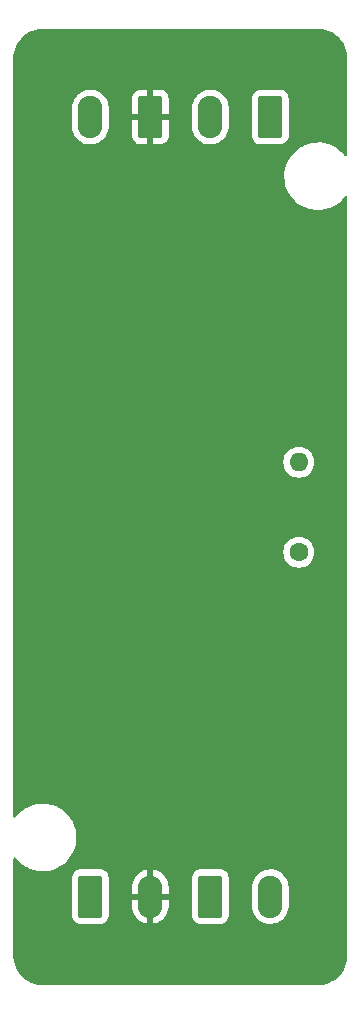
<source format=gbl>
%TF.GenerationSoftware,KiCad,Pcbnew,(5.99.0-11096-g937f5138db)*%
%TF.CreationDate,2021-07-05T20:04:54+02:00*%
%TF.ProjectId,LasS0,4c617353-302e-46b6-9963-61645f706362,v0.1*%
%TF.SameCoordinates,Original*%
%TF.FileFunction,Copper,L2,Bot*%
%TF.FilePolarity,Positive*%
%FSLAX46Y46*%
G04 Gerber Fmt 4.6, Leading zero omitted, Abs format (unit mm)*
G04 Created by KiCad (PCBNEW (5.99.0-11096-g937f5138db)) date 2021-07-05 20:04:54*
%MOMM*%
%LPD*%
G01*
G04 APERTURE LIST*
G04 Aperture macros list*
%AMRoundRect*
0 Rectangle with rounded corners*
0 $1 Rounding radius*
0 $2 $3 $4 $5 $6 $7 $8 $9 X,Y pos of 4 corners*
0 Add a 4 corners polygon primitive as box body*
4,1,4,$2,$3,$4,$5,$6,$7,$8,$9,$2,$3,0*
0 Add four circle primitives for the rounded corners*
1,1,$1+$1,$2,$3*
1,1,$1+$1,$4,$5*
1,1,$1+$1,$6,$7*
1,1,$1+$1,$8,$9*
0 Add four rect primitives between the rounded corners*
20,1,$1+$1,$2,$3,$4,$5,0*
20,1,$1+$1,$4,$5,$6,$7,0*
20,1,$1+$1,$6,$7,$8,$9,0*
20,1,$1+$1,$8,$9,$2,$3,0*%
G04 Aperture macros list end*
%TA.AperFunction,ComponentPad*%
%ADD10RoundRect,0.249999X0.790001X1.550001X-0.790001X1.550001X-0.790001X-1.550001X0.790001X-1.550001X0*%
%TD*%
%TA.AperFunction,ComponentPad*%
%ADD11O,2.080000X3.600000*%
%TD*%
%TA.AperFunction,ComponentPad*%
%ADD12O,1.600000X1.600000*%
%TD*%
%TA.AperFunction,ComponentPad*%
%ADD13C,1.600000*%
%TD*%
%TA.AperFunction,ComponentPad*%
%ADD14RoundRect,0.249999X-0.790001X-1.550001X0.790001X-1.550001X0.790001X1.550001X-0.790001X1.550001X0*%
%TD*%
%TA.AperFunction,ViaPad*%
%ADD15C,0.800000*%
%TD*%
G04 APERTURE END LIST*
D10*
%TO.P,J3,1,Pin_1*%
%TO.N,GND*%
X145970000Y-66990000D03*
D11*
%TO.P,J3,2,Pin_2*%
%TO.N,+5V*%
X140890000Y-66990000D03*
%TD*%
D10*
%TO.P,J4,1,Pin_1*%
%TO.N,/A0*%
X156130000Y-66990000D03*
D11*
%TO.P,J4,2,Pin_2*%
%TO.N,/D0*%
X151050000Y-66990000D03*
%TD*%
D12*
%TO.P,LOGO1,*%
%TO.N,*%
X158544800Y-96215400D03*
D13*
X158544800Y-103835400D03*
%TD*%
D14*
%TO.P,J1,1,Pin_1*%
%TO.N,VCC*%
X140890000Y-132990000D03*
D11*
%TO.P,J1,2,Pin_2*%
%TO.N,GND*%
X145970000Y-132990000D03*
%TD*%
D14*
%TO.P,J2,1,Pin_1*%
%TO.N,/S0-*%
X151050000Y-132990000D03*
D11*
%TO.P,J2,2,Pin_2*%
%TO.N,/S0+*%
X156130000Y-132990000D03*
%TD*%
D15*
%TO.N,GND*%
X146224000Y-89840000D03*
X160956000Y-113970000D03*
X159006000Y-77040000D03*
X140636000Y-117399000D03*
X147748000Y-83363000D03*
X148891000Y-112192000D03*
X139956000Y-95582000D03*
%TD*%
%TA.AperFunction,Conductor*%
%TO.N,GND*%
G36*
X160160000Y-59510848D02*
G01*
X160160000Y-59513000D01*
X160172648Y-59513355D01*
X160294137Y-59516764D01*
X160304708Y-59517506D01*
X160397327Y-59527941D01*
X160569556Y-59547347D01*
X160583486Y-59549714D01*
X160841596Y-59608626D01*
X160855173Y-59612538D01*
X161105054Y-59699975D01*
X161118108Y-59705382D01*
X161356634Y-59820250D01*
X161369001Y-59827085D01*
X161593159Y-59967933D01*
X161604682Y-59976109D01*
X161811678Y-60141182D01*
X161822214Y-60150598D01*
X162009402Y-60337786D01*
X162018818Y-60348322D01*
X162183891Y-60555318D01*
X162192067Y-60566841D01*
X162332915Y-60790999D01*
X162339750Y-60803366D01*
X162454618Y-61041892D01*
X162460025Y-61054946D01*
X162547462Y-61304827D01*
X162551374Y-61318404D01*
X162610286Y-61576514D01*
X162612653Y-61590444D01*
X162642494Y-61855289D01*
X162643236Y-61865863D01*
X162647000Y-62000000D01*
X162645604Y-62000039D01*
X162645611Y-62000294D01*
X162647858Y-62000000D01*
X162650937Y-62023548D01*
X162652000Y-62039884D01*
X162652000Y-70193618D01*
X162631998Y-70261739D01*
X162578342Y-70308232D01*
X162508068Y-70318336D01*
X162443488Y-70288842D01*
X162425174Y-70269183D01*
X162368542Y-70193618D01*
X162341020Y-70156896D01*
X162111088Y-69915022D01*
X162108256Y-69912666D01*
X162108251Y-69912662D01*
X161857344Y-69703985D01*
X161854508Y-69701626D01*
X161851422Y-69699618D01*
X161577867Y-69521630D01*
X161577864Y-69521628D01*
X161574782Y-69519623D01*
X161571484Y-69517990D01*
X161571478Y-69517986D01*
X161279039Y-69373135D01*
X161279032Y-69373132D01*
X161275733Y-69371498D01*
X161272261Y-69370258D01*
X161272258Y-69370257D01*
X161070597Y-69298251D01*
X160961444Y-69259276D01*
X160811242Y-69224737D01*
X160639798Y-69185313D01*
X160639789Y-69185312D01*
X160636208Y-69184488D01*
X160632551Y-69184087D01*
X160632548Y-69184087D01*
X160308139Y-69148559D01*
X160308138Y-69148559D01*
X160304468Y-69148157D01*
X160300775Y-69148186D01*
X159974442Y-69150749D01*
X159974441Y-69150749D01*
X159970755Y-69150778D01*
X159967096Y-69151237D01*
X159643283Y-69191857D01*
X159643279Y-69191858D01*
X159639626Y-69192316D01*
X159636055Y-69193196D01*
X159636052Y-69193197D01*
X159319181Y-69271321D01*
X159319172Y-69271324D01*
X159315606Y-69272203D01*
X159312155Y-69273497D01*
X159312154Y-69273497D01*
X159046367Y-69373135D01*
X159003118Y-69389348D01*
X158999842Y-69391035D01*
X158999838Y-69391037D01*
X158807808Y-69489939D01*
X158706432Y-69542151D01*
X158429600Y-69728525D01*
X158176403Y-69945925D01*
X157950299Y-70191381D01*
X157754377Y-70461540D01*
X157591313Y-70752712D01*
X157589905Y-70756102D01*
X157589901Y-70756111D01*
X157464742Y-71057527D01*
X157463333Y-71060921D01*
X157372187Y-71381957D01*
X157319118Y-71711434D01*
X157304852Y-72044852D01*
X157329584Y-72377658D01*
X157392976Y-72705306D01*
X157394089Y-72708804D01*
X157394091Y-72708812D01*
X157493045Y-73019814D01*
X157494161Y-73023320D01*
X157631759Y-73327356D01*
X157803888Y-73613263D01*
X157806134Y-73616164D01*
X157806139Y-73616171D01*
X158005943Y-73874221D01*
X158005950Y-73874228D01*
X158008200Y-73877135D01*
X158241902Y-74115368D01*
X158501803Y-74324707D01*
X158504918Y-74326665D01*
X158504921Y-74326667D01*
X158781227Y-74500330D01*
X158784352Y-74502294D01*
X159085692Y-74645703D01*
X159401705Y-74752974D01*
X159728075Y-74822644D01*
X159841554Y-74833271D01*
X160056678Y-74853418D01*
X160056683Y-74853418D01*
X160060344Y-74853761D01*
X160265754Y-74848920D01*
X160390290Y-74845985D01*
X160390293Y-74845985D01*
X160393975Y-74845898D01*
X160724411Y-74799164D01*
X160727967Y-74798228D01*
X160727971Y-74798227D01*
X161043574Y-74715136D01*
X161043573Y-74715136D01*
X161047137Y-74714198D01*
X161170884Y-74665577D01*
X161354318Y-74593506D01*
X161354325Y-74593503D01*
X161357745Y-74592159D01*
X161651995Y-74434714D01*
X161925865Y-74244014D01*
X161928615Y-74241577D01*
X161928621Y-74241572D01*
X162172864Y-74025103D01*
X162175616Y-74022664D01*
X162397837Y-73773687D01*
X162422850Y-73738031D01*
X162478346Y-73693751D01*
X162548972Y-73686504D01*
X162612304Y-73718590D01*
X162648235Y-73779823D01*
X162652000Y-73810392D01*
X162652000Y-137952114D01*
X162650500Y-137971497D01*
X162647038Y-137993733D01*
X162647629Y-137998246D01*
X162647417Y-138000000D01*
X162647000Y-138000000D01*
X162646874Y-138004494D01*
X162643236Y-138134137D01*
X162642494Y-138144711D01*
X162612653Y-138409556D01*
X162610286Y-138423486D01*
X162551374Y-138681596D01*
X162547462Y-138695173D01*
X162460025Y-138945054D01*
X162454618Y-138958108D01*
X162339750Y-139196634D01*
X162332915Y-139209001D01*
X162192067Y-139433159D01*
X162183891Y-139444682D01*
X162018818Y-139651678D01*
X162009402Y-139662214D01*
X161822214Y-139849402D01*
X161811678Y-139858818D01*
X161604682Y-140023891D01*
X161593159Y-140032067D01*
X161369001Y-140172915D01*
X161356634Y-140179750D01*
X161118108Y-140294618D01*
X161105054Y-140300025D01*
X160855173Y-140387462D01*
X160841596Y-140391374D01*
X160583486Y-140450286D01*
X160569556Y-140452653D01*
X160397327Y-140472059D01*
X160304708Y-140482494D01*
X160294137Y-140483236D01*
X160175593Y-140486562D01*
X160175590Y-140486563D01*
X160160000Y-140487000D01*
X160160000Y-140489028D01*
X160141205Y-140492000D01*
X160132378Y-140492000D01*
X160131608Y-140491998D01*
X160131052Y-140491995D01*
X160090378Y-140491746D01*
X160089546Y-140491984D01*
X160089308Y-140492000D01*
X136884847Y-140492000D01*
X136860000Y-140489152D01*
X136860000Y-140487000D01*
X136847352Y-140486645D01*
X136725863Y-140483236D01*
X136715292Y-140482494D01*
X136622673Y-140472059D01*
X136450444Y-140452653D01*
X136436514Y-140450286D01*
X136178404Y-140391374D01*
X136164827Y-140387462D01*
X135914946Y-140300025D01*
X135901892Y-140294618D01*
X135663366Y-140179750D01*
X135650999Y-140172915D01*
X135426841Y-140032067D01*
X135415318Y-140023891D01*
X135208322Y-139858818D01*
X135197786Y-139849402D01*
X135010598Y-139662214D01*
X135001182Y-139651678D01*
X134836109Y-139444682D01*
X134827933Y-139433159D01*
X134687085Y-139209001D01*
X134680250Y-139196634D01*
X134565382Y-138958108D01*
X134559975Y-138945054D01*
X134472538Y-138695173D01*
X134468626Y-138681596D01*
X134409714Y-138423486D01*
X134407347Y-138409556D01*
X134377506Y-138144711D01*
X134376764Y-138134137D01*
X134373391Y-138013951D01*
X134373000Y-138000000D01*
X134372103Y-137993733D01*
X134369273Y-137973976D01*
X134368000Y-137956113D01*
X134368000Y-131383977D01*
X139341500Y-131383977D01*
X139341500Y-134582887D01*
X139356978Y-134715644D01*
X139359474Y-134722522D01*
X139359475Y-134722524D01*
X139410720Y-134863701D01*
X139417313Y-134881865D01*
X139514269Y-135029747D01*
X139642645Y-135151359D01*
X139795554Y-135240175D01*
X139964795Y-135291433D01*
X139971235Y-135292008D01*
X139971236Y-135292008D01*
X140041184Y-135298251D01*
X140041190Y-135298251D01*
X140043977Y-135298500D01*
X141722887Y-135298500D01*
X141818107Y-135287398D01*
X141848372Y-135283870D01*
X141848373Y-135283870D01*
X141855644Y-135283022D01*
X141862522Y-135280526D01*
X141862524Y-135280525D01*
X142014986Y-135225184D01*
X142021865Y-135222687D01*
X142169747Y-135125731D01*
X142291359Y-134997355D01*
X142380175Y-134844446D01*
X142431433Y-134675205D01*
X142438500Y-134596023D01*
X142438500Y-133257548D01*
X144422000Y-133257548D01*
X144422000Y-133809626D01*
X144422202Y-133814658D01*
X144436571Y-133993244D01*
X144438185Y-134003214D01*
X144495191Y-134235296D01*
X144498370Y-134244854D01*
X144591750Y-134464844D01*
X144596424Y-134473783D01*
X144723768Y-134676003D01*
X144729809Y-134684078D01*
X144887852Y-134863342D01*
X144895104Y-134870345D01*
X145079772Y-135022033D01*
X145088054Y-135027789D01*
X145294595Y-135147999D01*
X145303700Y-135152361D01*
X145526795Y-135238000D01*
X145536484Y-135240851D01*
X145698264Y-135274649D01*
X145712325Y-135273526D01*
X145716000Y-135263418D01*
X145716000Y-133262115D01*
X145714659Y-133257548D01*
X146224000Y-133257548D01*
X146224000Y-135260821D01*
X146228136Y-135274907D01*
X146241114Y-135276956D01*
X146266618Y-135274005D01*
X146276515Y-135272045D01*
X146506469Y-135206975D01*
X146515914Y-135203463D01*
X146732510Y-135102463D01*
X146741274Y-135097484D01*
X146938925Y-134963160D01*
X146946800Y-134956828D01*
X147120422Y-134792642D01*
X147127183Y-134785133D01*
X147272327Y-134595293D01*
X147277791Y-134586814D01*
X147390719Y-134376203D01*
X147394759Y-134366957D01*
X147472561Y-134141004D01*
X147475072Y-134131223D01*
X147515933Y-133894662D01*
X147516788Y-133886790D01*
X147517936Y-133861519D01*
X147518000Y-133858686D01*
X147518000Y-133262115D01*
X147513525Y-133246876D01*
X147512135Y-133245671D01*
X147504452Y-133244000D01*
X146242115Y-133244000D01*
X146226876Y-133248475D01*
X146225671Y-133249865D01*
X146224000Y-133257548D01*
X145714659Y-133257548D01*
X145711525Y-133246876D01*
X145710135Y-133245671D01*
X145702452Y-133244000D01*
X144440115Y-133244000D01*
X144424876Y-133248475D01*
X144423671Y-133249865D01*
X144422000Y-133257548D01*
X142438500Y-133257548D01*
X142438500Y-132121314D01*
X144422000Y-132121314D01*
X144422000Y-132717885D01*
X144426475Y-132733124D01*
X144427865Y-132734329D01*
X144435548Y-132736000D01*
X145697885Y-132736000D01*
X145713124Y-132731525D01*
X145714329Y-132730135D01*
X145716000Y-132722452D01*
X145716000Y-130719179D01*
X145715237Y-130716582D01*
X146224000Y-130716582D01*
X146224000Y-132717885D01*
X146228475Y-132733124D01*
X146229865Y-132734329D01*
X146237548Y-132736000D01*
X147499885Y-132736000D01*
X147515124Y-132731525D01*
X147516329Y-132730135D01*
X147518000Y-132722452D01*
X147518000Y-132170374D01*
X147517798Y-132165342D01*
X147503429Y-131986756D01*
X147501815Y-131976786D01*
X147444809Y-131744704D01*
X147441630Y-131735146D01*
X147348250Y-131515156D01*
X147343576Y-131506217D01*
X147266598Y-131383977D01*
X149501500Y-131383977D01*
X149501500Y-134582887D01*
X149516978Y-134715644D01*
X149519474Y-134722522D01*
X149519475Y-134722524D01*
X149570720Y-134863701D01*
X149577313Y-134881865D01*
X149674269Y-135029747D01*
X149802645Y-135151359D01*
X149955554Y-135240175D01*
X150124795Y-135291433D01*
X150131235Y-135292008D01*
X150131236Y-135292008D01*
X150201184Y-135298251D01*
X150201190Y-135298251D01*
X150203977Y-135298500D01*
X151882887Y-135298500D01*
X151978107Y-135287398D01*
X152008372Y-135283870D01*
X152008373Y-135283870D01*
X152015644Y-135283022D01*
X152022522Y-135280526D01*
X152022524Y-135280525D01*
X152174986Y-135225184D01*
X152181865Y-135222687D01*
X152329747Y-135125731D01*
X152451359Y-134997355D01*
X152540175Y-134844446D01*
X152591433Y-134675205D01*
X152598500Y-134596023D01*
X152598500Y-132119898D01*
X154581500Y-132119898D01*
X154581500Y-133812143D01*
X154581702Y-133814651D01*
X154581702Y-133814656D01*
X154587510Y-133886836D01*
X154596484Y-133998375D01*
X154655921Y-134240361D01*
X154753283Y-134469730D01*
X154755981Y-134474015D01*
X154755984Y-134474020D01*
X154821935Y-134578748D01*
X154886064Y-134680583D01*
X154923040Y-134722524D01*
X155047188Y-134863342D01*
X155050848Y-134867494D01*
X155243396Y-135025655D01*
X155247764Y-135028197D01*
X155450728Y-135146325D01*
X155458755Y-135150997D01*
X155463478Y-135152810D01*
X155686659Y-135238481D01*
X155686663Y-135238482D01*
X155691383Y-135240294D01*
X155696333Y-135241328D01*
X155696336Y-135241329D01*
X155930344Y-135290216D01*
X155930348Y-135290216D01*
X155935295Y-135291250D01*
X156184216Y-135302554D01*
X156189236Y-135301973D01*
X156189240Y-135301973D01*
X156426716Y-135274496D01*
X156426720Y-135274495D01*
X156431743Y-135273914D01*
X156436607Y-135272538D01*
X156436610Y-135272537D01*
X156666644Y-135207444D01*
X156666643Y-135207444D01*
X156671507Y-135206068D01*
X156677094Y-135203463D01*
X156789606Y-135150997D01*
X156897339Y-135100760D01*
X156901519Y-135097919D01*
X156901523Y-135097917D01*
X156988619Y-135038727D01*
X157103429Y-134960702D01*
X157107106Y-134957225D01*
X157107112Y-134957220D01*
X157280796Y-134792973D01*
X157284475Y-134789494D01*
X157435820Y-134591544D01*
X157553570Y-134371942D01*
X157634694Y-134136340D01*
X157677106Y-133890798D01*
X157678500Y-133860102D01*
X157678500Y-132167857D01*
X157674755Y-132121312D01*
X157663922Y-131986667D01*
X157663921Y-131986663D01*
X157663516Y-131981625D01*
X157604079Y-131739639D01*
X157506717Y-131510270D01*
X157504019Y-131505985D01*
X157504016Y-131505980D01*
X157425427Y-131381184D01*
X157373936Y-131299417D01*
X157223891Y-131129224D01*
X157212496Y-131116299D01*
X157209152Y-131112506D01*
X157016604Y-130954345D01*
X156908925Y-130891674D01*
X156805613Y-130831545D01*
X156805611Y-130831544D01*
X156801245Y-130829003D01*
X156756622Y-130811874D01*
X156573341Y-130741519D01*
X156573337Y-130741518D01*
X156568617Y-130739706D01*
X156563667Y-130738672D01*
X156563664Y-130738671D01*
X156329656Y-130689784D01*
X156329652Y-130689784D01*
X156324705Y-130688750D01*
X156075784Y-130677446D01*
X156070764Y-130678027D01*
X156070760Y-130678027D01*
X155833284Y-130705504D01*
X155833280Y-130705505D01*
X155828257Y-130706086D01*
X155823393Y-130707462D01*
X155823390Y-130707463D01*
X155716524Y-130737703D01*
X155588493Y-130773932D01*
X155583914Y-130776067D01*
X155583912Y-130776068D01*
X155507127Y-130811874D01*
X155362661Y-130879240D01*
X155358481Y-130882081D01*
X155358477Y-130882083D01*
X155357840Y-130882516D01*
X155156571Y-131019298D01*
X155152894Y-131022775D01*
X155152888Y-131022780D01*
X155026224Y-131142562D01*
X154975525Y-131190506D01*
X154824180Y-131388456D01*
X154706430Y-131608058D01*
X154625306Y-131843660D01*
X154582894Y-132089202D01*
X154581500Y-132119898D01*
X152598500Y-132119898D01*
X152598500Y-131397113D01*
X152583022Y-131264356D01*
X152529411Y-131116658D01*
X152525184Y-131105014D01*
X152522687Y-131098135D01*
X152425731Y-130950253D01*
X152297355Y-130828641D01*
X152144446Y-130739825D01*
X151975205Y-130688567D01*
X151968765Y-130687992D01*
X151968764Y-130687992D01*
X151898816Y-130681749D01*
X151898810Y-130681749D01*
X151896023Y-130681500D01*
X150217113Y-130681500D01*
X150121893Y-130692602D01*
X150091628Y-130696130D01*
X150091627Y-130696130D01*
X150084356Y-130696978D01*
X150077478Y-130699474D01*
X150077476Y-130699475D01*
X149966314Y-130739825D01*
X149918135Y-130757313D01*
X149770253Y-130854269D01*
X149648641Y-130982645D01*
X149559825Y-131135554D01*
X149508567Y-131304795D01*
X149501500Y-131383977D01*
X147266598Y-131383977D01*
X147216232Y-131303997D01*
X147210191Y-131295922D01*
X147052148Y-131116658D01*
X147044896Y-131109655D01*
X146860228Y-130957967D01*
X146851946Y-130952211D01*
X146645405Y-130832001D01*
X146636300Y-130827639D01*
X146413205Y-130742000D01*
X146403516Y-130739149D01*
X146241736Y-130705351D01*
X146227675Y-130706474D01*
X146224000Y-130716582D01*
X145715237Y-130716582D01*
X145711864Y-130705093D01*
X145698886Y-130703044D01*
X145673382Y-130705995D01*
X145663485Y-130707955D01*
X145433531Y-130773025D01*
X145424086Y-130776537D01*
X145207490Y-130877537D01*
X145198726Y-130882516D01*
X145001075Y-131016840D01*
X144993200Y-131023172D01*
X144819578Y-131187358D01*
X144812817Y-131194867D01*
X144667673Y-131384707D01*
X144662209Y-131393186D01*
X144549281Y-131603797D01*
X144545241Y-131613043D01*
X144467439Y-131838996D01*
X144464928Y-131848777D01*
X144424067Y-132085338D01*
X144423212Y-132093210D01*
X144422064Y-132118481D01*
X144422000Y-132121314D01*
X142438500Y-132121314D01*
X142438500Y-131397113D01*
X142423022Y-131264356D01*
X142369411Y-131116658D01*
X142365184Y-131105014D01*
X142362687Y-131098135D01*
X142265731Y-130950253D01*
X142137355Y-130828641D01*
X141984446Y-130739825D01*
X141815205Y-130688567D01*
X141808765Y-130687992D01*
X141808764Y-130687992D01*
X141738816Y-130681749D01*
X141738810Y-130681749D01*
X141736023Y-130681500D01*
X140057113Y-130681500D01*
X139961893Y-130692602D01*
X139931628Y-130696130D01*
X139931627Y-130696130D01*
X139924356Y-130696978D01*
X139917478Y-130699474D01*
X139917476Y-130699475D01*
X139806314Y-130739825D01*
X139758135Y-130757313D01*
X139610253Y-130854269D01*
X139488641Y-130982645D01*
X139399825Y-131135554D01*
X139348567Y-131304795D01*
X139341500Y-131383977D01*
X134368000Y-131383977D01*
X134368000Y-129796301D01*
X134388002Y-129728180D01*
X134441658Y-129681687D01*
X134511932Y-129671583D01*
X134576512Y-129701077D01*
X134593627Y-129719162D01*
X134705943Y-129864221D01*
X134705950Y-129864228D01*
X134708200Y-129867135D01*
X134941902Y-130105368D01*
X135201803Y-130314707D01*
X135204918Y-130316665D01*
X135204921Y-130316667D01*
X135481227Y-130490330D01*
X135484352Y-130492294D01*
X135785692Y-130635703D01*
X136101705Y-130742974D01*
X136428075Y-130812644D01*
X136541554Y-130823271D01*
X136756678Y-130843418D01*
X136756683Y-130843418D01*
X136760344Y-130843761D01*
X136965754Y-130838920D01*
X137090290Y-130835985D01*
X137090293Y-130835985D01*
X137093975Y-130835898D01*
X137424411Y-130789164D01*
X137427967Y-130788228D01*
X137427971Y-130788227D01*
X137732867Y-130707955D01*
X137747137Y-130704198D01*
X137870884Y-130655577D01*
X138054318Y-130583506D01*
X138054325Y-130583503D01*
X138057745Y-130582159D01*
X138351995Y-130424714D01*
X138625865Y-130234014D01*
X138628615Y-130231577D01*
X138628621Y-130231572D01*
X138872864Y-130015103D01*
X138875616Y-130012664D01*
X139097837Y-129763687D01*
X139122746Y-129728180D01*
X139287380Y-129493493D01*
X139289491Y-129490484D01*
X139447962Y-129196786D01*
X139571084Y-128886605D01*
X139657177Y-128564178D01*
X139705064Y-128233908D01*
X139715500Y-127990000D01*
X139695999Y-127656847D01*
X139637762Y-127328244D01*
X139541584Y-127008680D01*
X139408779Y-126702519D01*
X139241161Y-126413944D01*
X139160107Y-126305793D01*
X139069105Y-126184370D01*
X139041020Y-126146896D01*
X138811088Y-125905022D01*
X138808256Y-125902666D01*
X138808251Y-125902662D01*
X138557344Y-125693985D01*
X138554508Y-125691626D01*
X138551422Y-125689618D01*
X138277867Y-125511630D01*
X138277864Y-125511628D01*
X138274782Y-125509623D01*
X138271484Y-125507990D01*
X138271478Y-125507986D01*
X137979039Y-125363135D01*
X137979032Y-125363132D01*
X137975733Y-125361498D01*
X137972261Y-125360258D01*
X137972258Y-125360257D01*
X137664922Y-125250518D01*
X137661444Y-125249276D01*
X137594287Y-125233833D01*
X137339798Y-125175313D01*
X137339789Y-125175312D01*
X137336208Y-125174488D01*
X137332551Y-125174087D01*
X137332548Y-125174087D01*
X137008139Y-125138559D01*
X137008138Y-125138559D01*
X137004468Y-125138157D01*
X137000775Y-125138186D01*
X136674442Y-125140749D01*
X136674441Y-125140749D01*
X136670755Y-125140778D01*
X136667096Y-125141237D01*
X136343283Y-125181857D01*
X136343279Y-125181858D01*
X136339626Y-125182316D01*
X136336055Y-125183196D01*
X136336052Y-125183197D01*
X136019181Y-125261321D01*
X136019172Y-125261324D01*
X136015606Y-125262203D01*
X136012155Y-125263497D01*
X136012154Y-125263497D01*
X135746367Y-125363135D01*
X135703118Y-125379348D01*
X135699842Y-125381035D01*
X135699838Y-125381037D01*
X135507808Y-125479939D01*
X135406432Y-125532151D01*
X135129600Y-125718525D01*
X134876403Y-125935925D01*
X134650299Y-126181381D01*
X134628872Y-126210927D01*
X134596001Y-126256253D01*
X134539816Y-126299656D01*
X134469085Y-126305793D01*
X134406265Y-126272716D01*
X134371299Y-126210927D01*
X134368000Y-126182281D01*
X134368000Y-103835400D01*
X157231300Y-103835400D01*
X157251255Y-104063487D01*
X157310514Y-104284643D01*
X157312836Y-104289624D01*
X157312837Y-104289625D01*
X157404950Y-104487163D01*
X157404953Y-104487168D01*
X157407276Y-104492150D01*
X157538601Y-104679702D01*
X157700498Y-104841599D01*
X157705006Y-104844756D01*
X157705009Y-104844758D01*
X157883541Y-104969767D01*
X157888050Y-104972924D01*
X157893032Y-104975247D01*
X157893037Y-104975250D01*
X158090575Y-105067363D01*
X158095557Y-105069686D01*
X158100865Y-105071108D01*
X158100867Y-105071109D01*
X158311398Y-105127521D01*
X158311400Y-105127521D01*
X158316713Y-105128945D01*
X158544800Y-105148900D01*
X158772887Y-105128945D01*
X158778200Y-105127521D01*
X158778202Y-105127521D01*
X158988733Y-105071109D01*
X158988735Y-105071108D01*
X158994043Y-105069686D01*
X158999025Y-105067363D01*
X159196563Y-104975250D01*
X159196568Y-104975247D01*
X159201550Y-104972924D01*
X159206059Y-104969767D01*
X159384591Y-104844758D01*
X159384594Y-104844756D01*
X159389102Y-104841599D01*
X159550999Y-104679702D01*
X159682324Y-104492150D01*
X159684647Y-104487168D01*
X159684650Y-104487163D01*
X159776763Y-104289625D01*
X159776764Y-104289624D01*
X159779086Y-104284643D01*
X159838345Y-104063487D01*
X159858300Y-103835400D01*
X159838345Y-103607313D01*
X159779086Y-103386157D01*
X159776763Y-103381175D01*
X159684650Y-103183637D01*
X159684647Y-103183632D01*
X159682324Y-103178650D01*
X159550999Y-102991098D01*
X159389102Y-102829201D01*
X159384594Y-102826044D01*
X159384591Y-102826042D01*
X159206059Y-102701033D01*
X159206057Y-102701032D01*
X159201550Y-102697876D01*
X159196568Y-102695553D01*
X159196563Y-102695550D01*
X158999025Y-102603437D01*
X158999024Y-102603436D01*
X158994043Y-102601114D01*
X158988735Y-102599692D01*
X158988733Y-102599691D01*
X158778202Y-102543279D01*
X158778200Y-102543279D01*
X158772887Y-102541855D01*
X158544800Y-102521900D01*
X158316713Y-102541855D01*
X158311400Y-102543279D01*
X158311398Y-102543279D01*
X158100867Y-102599691D01*
X158100865Y-102599692D01*
X158095557Y-102601114D01*
X158090576Y-102603436D01*
X158090575Y-102603437D01*
X157893037Y-102695550D01*
X157893032Y-102695553D01*
X157888050Y-102697876D01*
X157883543Y-102701032D01*
X157883541Y-102701033D01*
X157705009Y-102826042D01*
X157705006Y-102826044D01*
X157700498Y-102829201D01*
X157538601Y-102991098D01*
X157407276Y-103178650D01*
X157404953Y-103183632D01*
X157404950Y-103183637D01*
X157312837Y-103381175D01*
X157310514Y-103386157D01*
X157251255Y-103607313D01*
X157231300Y-103835400D01*
X134368000Y-103835400D01*
X134368000Y-96215400D01*
X157231300Y-96215400D01*
X157251255Y-96443487D01*
X157310514Y-96664643D01*
X157312836Y-96669624D01*
X157312837Y-96669625D01*
X157404950Y-96867163D01*
X157404953Y-96867168D01*
X157407276Y-96872150D01*
X157538601Y-97059702D01*
X157700498Y-97221599D01*
X157705006Y-97224756D01*
X157705009Y-97224758D01*
X157883541Y-97349767D01*
X157888050Y-97352924D01*
X157893032Y-97355247D01*
X157893037Y-97355250D01*
X158090575Y-97447363D01*
X158095557Y-97449686D01*
X158100865Y-97451108D01*
X158100867Y-97451109D01*
X158311398Y-97507521D01*
X158311400Y-97507521D01*
X158316713Y-97508945D01*
X158544800Y-97528900D01*
X158772887Y-97508945D01*
X158778200Y-97507521D01*
X158778202Y-97507521D01*
X158988733Y-97451109D01*
X158988735Y-97451108D01*
X158994043Y-97449686D01*
X158999025Y-97447363D01*
X159196563Y-97355250D01*
X159196568Y-97355247D01*
X159201550Y-97352924D01*
X159206059Y-97349767D01*
X159384591Y-97224758D01*
X159384594Y-97224756D01*
X159389102Y-97221599D01*
X159550999Y-97059702D01*
X159682324Y-96872150D01*
X159684647Y-96867168D01*
X159684650Y-96867163D01*
X159776763Y-96669625D01*
X159776764Y-96669624D01*
X159779086Y-96664643D01*
X159838345Y-96443487D01*
X159858300Y-96215400D01*
X159838345Y-95987313D01*
X159779086Y-95766157D01*
X159776763Y-95761175D01*
X159684650Y-95563637D01*
X159684647Y-95563632D01*
X159682324Y-95558650D01*
X159550999Y-95371098D01*
X159389102Y-95209201D01*
X159384594Y-95206044D01*
X159384591Y-95206042D01*
X159206059Y-95081033D01*
X159206057Y-95081032D01*
X159201550Y-95077876D01*
X159196568Y-95075553D01*
X159196563Y-95075550D01*
X158999025Y-94983437D01*
X158999024Y-94983436D01*
X158994043Y-94981114D01*
X158988735Y-94979692D01*
X158988733Y-94979691D01*
X158778202Y-94923279D01*
X158778200Y-94923279D01*
X158772887Y-94921855D01*
X158544800Y-94901900D01*
X158316713Y-94921855D01*
X158311400Y-94923279D01*
X158311398Y-94923279D01*
X158100867Y-94979691D01*
X158100865Y-94979692D01*
X158095557Y-94981114D01*
X158090576Y-94983436D01*
X158090575Y-94983437D01*
X157893037Y-95075550D01*
X157893032Y-95075553D01*
X157888050Y-95077876D01*
X157883543Y-95081032D01*
X157883541Y-95081033D01*
X157705009Y-95206042D01*
X157705006Y-95206044D01*
X157700498Y-95209201D01*
X157538601Y-95371098D01*
X157407276Y-95558650D01*
X157404953Y-95563632D01*
X157404950Y-95563637D01*
X157312837Y-95761175D01*
X157310514Y-95766157D01*
X157251255Y-95987313D01*
X157231300Y-96215400D01*
X134368000Y-96215400D01*
X134368000Y-66119898D01*
X139341500Y-66119898D01*
X139341500Y-67812143D01*
X139341702Y-67814651D01*
X139341702Y-67814656D01*
X139347510Y-67886836D01*
X139356484Y-67998375D01*
X139415921Y-68240361D01*
X139513283Y-68469730D01*
X139515981Y-68474015D01*
X139515984Y-68474020D01*
X139581935Y-68578748D01*
X139646064Y-68680583D01*
X139810848Y-68867494D01*
X140003396Y-69025655D01*
X140007764Y-69028197D01*
X140210728Y-69146325D01*
X140218755Y-69150997D01*
X140223478Y-69152810D01*
X140446659Y-69238481D01*
X140446663Y-69238482D01*
X140451383Y-69240294D01*
X140456333Y-69241328D01*
X140456336Y-69241329D01*
X140690344Y-69290216D01*
X140690348Y-69290216D01*
X140695295Y-69291250D01*
X140944216Y-69302554D01*
X140949236Y-69301973D01*
X140949240Y-69301973D01*
X141186716Y-69274496D01*
X141186720Y-69274495D01*
X141191743Y-69273914D01*
X141196607Y-69272538D01*
X141196610Y-69272537D01*
X141426644Y-69207444D01*
X141426643Y-69207444D01*
X141431507Y-69206068D01*
X141461983Y-69191857D01*
X141550138Y-69150749D01*
X141657339Y-69100760D01*
X141661519Y-69097919D01*
X141661523Y-69097917D01*
X141748619Y-69038727D01*
X141863429Y-68960702D01*
X141867106Y-68957225D01*
X141867112Y-68957220D01*
X142040796Y-68792973D01*
X142044475Y-68789494D01*
X142195820Y-68591544D01*
X142313570Y-68371942D01*
X142394694Y-68136340D01*
X142437106Y-67890798D01*
X142438500Y-67860102D01*
X142438500Y-67257548D01*
X144422000Y-67257548D01*
X144422000Y-68579225D01*
X144422425Y-68586529D01*
X144436616Y-68708257D01*
X144439961Y-68722409D01*
X144495263Y-68874762D01*
X144501772Y-68887761D01*
X144590641Y-69023306D01*
X144599965Y-69034458D01*
X144717629Y-69145922D01*
X144729276Y-69154635D01*
X144869429Y-69236043D01*
X144882754Y-69241837D01*
X145038700Y-69289068D01*
X145051323Y-69291516D01*
X145121184Y-69297751D01*
X145126779Y-69298000D01*
X145697885Y-69298000D01*
X145713124Y-69293525D01*
X145714329Y-69292135D01*
X145716000Y-69284452D01*
X145716000Y-67262115D01*
X145714659Y-67257548D01*
X146224000Y-67257548D01*
X146224000Y-69279885D01*
X146228475Y-69295124D01*
X146229865Y-69296329D01*
X146237548Y-69298000D01*
X146799225Y-69298000D01*
X146806529Y-69297575D01*
X146928257Y-69283384D01*
X146942409Y-69280039D01*
X147094762Y-69224737D01*
X147107761Y-69218228D01*
X147243306Y-69129359D01*
X147254458Y-69120035D01*
X147365922Y-69002371D01*
X147374635Y-68990724D01*
X147456043Y-68850571D01*
X147461837Y-68837246D01*
X147509068Y-68681300D01*
X147511516Y-68668677D01*
X147517751Y-68598816D01*
X147518000Y-68593221D01*
X147518000Y-67262115D01*
X147513525Y-67246876D01*
X147512135Y-67245671D01*
X147504452Y-67244000D01*
X146242115Y-67244000D01*
X146226876Y-67248475D01*
X146225671Y-67249865D01*
X146224000Y-67257548D01*
X145714659Y-67257548D01*
X145711525Y-67246876D01*
X145710135Y-67245671D01*
X145702452Y-67244000D01*
X144440115Y-67244000D01*
X144424876Y-67248475D01*
X144423671Y-67249865D01*
X144422000Y-67257548D01*
X142438500Y-67257548D01*
X142438500Y-66167857D01*
X142434755Y-66121312D01*
X142423922Y-65986667D01*
X142423921Y-65986663D01*
X142423516Y-65981625D01*
X142364079Y-65739639D01*
X142266717Y-65510270D01*
X142264019Y-65505985D01*
X142264016Y-65505980D01*
X142188950Y-65386779D01*
X144422000Y-65386779D01*
X144422000Y-66717885D01*
X144426475Y-66733124D01*
X144427865Y-66734329D01*
X144435548Y-66736000D01*
X145697885Y-66736000D01*
X145713124Y-66731525D01*
X145714329Y-66730135D01*
X145716000Y-66722452D01*
X145716000Y-64700115D01*
X145714659Y-64695548D01*
X146224000Y-64695548D01*
X146224000Y-66717885D01*
X146228475Y-66733124D01*
X146229865Y-66734329D01*
X146237548Y-66736000D01*
X147499885Y-66736000D01*
X147515124Y-66731525D01*
X147516329Y-66730135D01*
X147518000Y-66722452D01*
X147518000Y-66119898D01*
X149501500Y-66119898D01*
X149501500Y-67812143D01*
X149501702Y-67814651D01*
X149501702Y-67814656D01*
X149507510Y-67886836D01*
X149516484Y-67998375D01*
X149575921Y-68240361D01*
X149673283Y-68469730D01*
X149675981Y-68474015D01*
X149675984Y-68474020D01*
X149741935Y-68578748D01*
X149806064Y-68680583D01*
X149970848Y-68867494D01*
X150163396Y-69025655D01*
X150167764Y-69028197D01*
X150370728Y-69146325D01*
X150378755Y-69150997D01*
X150383478Y-69152810D01*
X150606659Y-69238481D01*
X150606663Y-69238482D01*
X150611383Y-69240294D01*
X150616333Y-69241328D01*
X150616336Y-69241329D01*
X150850344Y-69290216D01*
X150850348Y-69290216D01*
X150855295Y-69291250D01*
X151104216Y-69302554D01*
X151109236Y-69301973D01*
X151109240Y-69301973D01*
X151346716Y-69274496D01*
X151346720Y-69274495D01*
X151351743Y-69273914D01*
X151356607Y-69272538D01*
X151356610Y-69272537D01*
X151586644Y-69207444D01*
X151586643Y-69207444D01*
X151591507Y-69206068D01*
X151621983Y-69191857D01*
X151710138Y-69150749D01*
X151817339Y-69100760D01*
X151821519Y-69097919D01*
X151821523Y-69097917D01*
X151908619Y-69038727D01*
X152023429Y-68960702D01*
X152027106Y-68957225D01*
X152027112Y-68957220D01*
X152200796Y-68792973D01*
X152204475Y-68789494D01*
X152355820Y-68591544D01*
X152473570Y-68371942D01*
X152554694Y-68136340D01*
X152597106Y-67890798D01*
X152598500Y-67860102D01*
X152598500Y-66167857D01*
X152594755Y-66121312D01*
X152583922Y-65986667D01*
X152583921Y-65986663D01*
X152583516Y-65981625D01*
X152524079Y-65739639D01*
X152426717Y-65510270D01*
X152424019Y-65505985D01*
X152424016Y-65505980D01*
X152347186Y-65383977D01*
X154581500Y-65383977D01*
X154581500Y-68582887D01*
X154596978Y-68715644D01*
X154657313Y-68881865D01*
X154754269Y-69029747D01*
X154882645Y-69151359D01*
X155035554Y-69240175D01*
X155204795Y-69291433D01*
X155211235Y-69292008D01*
X155211236Y-69292008D01*
X155281184Y-69298251D01*
X155281190Y-69298251D01*
X155283977Y-69298500D01*
X156962887Y-69298500D01*
X157058107Y-69287398D01*
X157088372Y-69283870D01*
X157088373Y-69283870D01*
X157095644Y-69283022D01*
X157102522Y-69280526D01*
X157102524Y-69280525D01*
X157254986Y-69225184D01*
X157261865Y-69222687D01*
X157409747Y-69125731D01*
X157531359Y-68997355D01*
X157620175Y-68844446D01*
X157671433Y-68675205D01*
X157678500Y-68596023D01*
X157678500Y-65397113D01*
X157663022Y-65264356D01*
X157602687Y-65098135D01*
X157505731Y-64950253D01*
X157377355Y-64828641D01*
X157224446Y-64739825D01*
X157055205Y-64688567D01*
X157048765Y-64687992D01*
X157048764Y-64687992D01*
X156978816Y-64681749D01*
X156978810Y-64681749D01*
X156976023Y-64681500D01*
X155297113Y-64681500D01*
X155201893Y-64692602D01*
X155171628Y-64696130D01*
X155171627Y-64696130D01*
X155164356Y-64696978D01*
X155157478Y-64699474D01*
X155157476Y-64699475D01*
X155046314Y-64739825D01*
X154998135Y-64757313D01*
X154850253Y-64854269D01*
X154728641Y-64982645D01*
X154639825Y-65135554D01*
X154588567Y-65304795D01*
X154581500Y-65383977D01*
X152347186Y-65383977D01*
X152345427Y-65381184D01*
X152293936Y-65299417D01*
X152129152Y-65112506D01*
X151936604Y-64954345D01*
X151773783Y-64859581D01*
X151725613Y-64831545D01*
X151725611Y-64831544D01*
X151721245Y-64829003D01*
X151583344Y-64776068D01*
X151493341Y-64741519D01*
X151493337Y-64741518D01*
X151488617Y-64739706D01*
X151483667Y-64738672D01*
X151483664Y-64738671D01*
X151249656Y-64689784D01*
X151249652Y-64689784D01*
X151244705Y-64688750D01*
X150995784Y-64677446D01*
X150990764Y-64678027D01*
X150990760Y-64678027D01*
X150753284Y-64705504D01*
X150753280Y-64705505D01*
X150748257Y-64706086D01*
X150743393Y-64707462D01*
X150743390Y-64707463D01*
X150633103Y-64738671D01*
X150508493Y-64773932D01*
X150282661Y-64879240D01*
X150278481Y-64882081D01*
X150278477Y-64882083D01*
X150191381Y-64941273D01*
X150076571Y-65019298D01*
X150072894Y-65022775D01*
X150072888Y-65022780D01*
X149946224Y-65142562D01*
X149895525Y-65190506D01*
X149744180Y-65388456D01*
X149626430Y-65608058D01*
X149545306Y-65843660D01*
X149502894Y-66089202D01*
X149501500Y-66119898D01*
X147518000Y-66119898D01*
X147518000Y-65400775D01*
X147517575Y-65393471D01*
X147503384Y-65271743D01*
X147500039Y-65257591D01*
X147444737Y-65105238D01*
X147438228Y-65092239D01*
X147349359Y-64956694D01*
X147340035Y-64945542D01*
X147222371Y-64834078D01*
X147210724Y-64825365D01*
X147070571Y-64743957D01*
X147057246Y-64738163D01*
X146901300Y-64690932D01*
X146888677Y-64688484D01*
X146818816Y-64682249D01*
X146813221Y-64682000D01*
X146242115Y-64682000D01*
X146226876Y-64686475D01*
X146225671Y-64687865D01*
X146224000Y-64695548D01*
X145714659Y-64695548D01*
X145711525Y-64684876D01*
X145710135Y-64683671D01*
X145702452Y-64682000D01*
X145140775Y-64682000D01*
X145133471Y-64682425D01*
X145011743Y-64696616D01*
X144997591Y-64699961D01*
X144845238Y-64755263D01*
X144832239Y-64761772D01*
X144696694Y-64850641D01*
X144685542Y-64859965D01*
X144574078Y-64977629D01*
X144565365Y-64989276D01*
X144483957Y-65129429D01*
X144478163Y-65142754D01*
X144430932Y-65298700D01*
X144428484Y-65311323D01*
X144422249Y-65381184D01*
X144422000Y-65386779D01*
X142188950Y-65386779D01*
X142185427Y-65381184D01*
X142133936Y-65299417D01*
X141969152Y-65112506D01*
X141776604Y-64954345D01*
X141613783Y-64859581D01*
X141565613Y-64831545D01*
X141565611Y-64831544D01*
X141561245Y-64829003D01*
X141423344Y-64776068D01*
X141333341Y-64741519D01*
X141333337Y-64741518D01*
X141328617Y-64739706D01*
X141323667Y-64738672D01*
X141323664Y-64738671D01*
X141089656Y-64689784D01*
X141089652Y-64689784D01*
X141084705Y-64688750D01*
X140835784Y-64677446D01*
X140830764Y-64678027D01*
X140830760Y-64678027D01*
X140593284Y-64705504D01*
X140593280Y-64705505D01*
X140588257Y-64706086D01*
X140583393Y-64707462D01*
X140583390Y-64707463D01*
X140473103Y-64738671D01*
X140348493Y-64773932D01*
X140122661Y-64879240D01*
X140118481Y-64882081D01*
X140118477Y-64882083D01*
X140031381Y-64941273D01*
X139916571Y-65019298D01*
X139912894Y-65022775D01*
X139912888Y-65022780D01*
X139786224Y-65142562D01*
X139735525Y-65190506D01*
X139584180Y-65388456D01*
X139466430Y-65608058D01*
X139385306Y-65843660D01*
X139342894Y-66089202D01*
X139341500Y-66119898D01*
X134368000Y-66119898D01*
X134368000Y-62051870D01*
X134369746Y-62030964D01*
X134372041Y-62017326D01*
X134372041Y-62017323D01*
X134372847Y-62012534D01*
X134372989Y-62000906D01*
X134373029Y-61998950D01*
X134373152Y-61994601D01*
X134376764Y-61865861D01*
X134377506Y-61855289D01*
X134407347Y-61590444D01*
X134409714Y-61576514D01*
X134468626Y-61318404D01*
X134472538Y-61304827D01*
X134559975Y-61054946D01*
X134565382Y-61041892D01*
X134680250Y-60803366D01*
X134687085Y-60790999D01*
X134827933Y-60566841D01*
X134836109Y-60555318D01*
X135001182Y-60348322D01*
X135010598Y-60337786D01*
X135197786Y-60150598D01*
X135208322Y-60141182D01*
X135415318Y-59976109D01*
X135426841Y-59967933D01*
X135650999Y-59827085D01*
X135663366Y-59820250D01*
X135901892Y-59705382D01*
X135914946Y-59699975D01*
X136164827Y-59612538D01*
X136178404Y-59608626D01*
X136436514Y-59549714D01*
X136450444Y-59547347D01*
X136622673Y-59527941D01*
X136715292Y-59517506D01*
X136725863Y-59516764D01*
X136845903Y-59513396D01*
X136845907Y-59513395D01*
X136860000Y-59513000D01*
X136860000Y-59511299D01*
X136880316Y-59508276D01*
X136907236Y-59508770D01*
X136914835Y-59508909D01*
X136914836Y-59508909D01*
X136923408Y-59509066D01*
X136926679Y-59508174D01*
X136929488Y-59508000D01*
X160135153Y-59508000D01*
X160160000Y-59510848D01*
G37*
%TD.AperFunction*%
%TD*%
M02*

</source>
